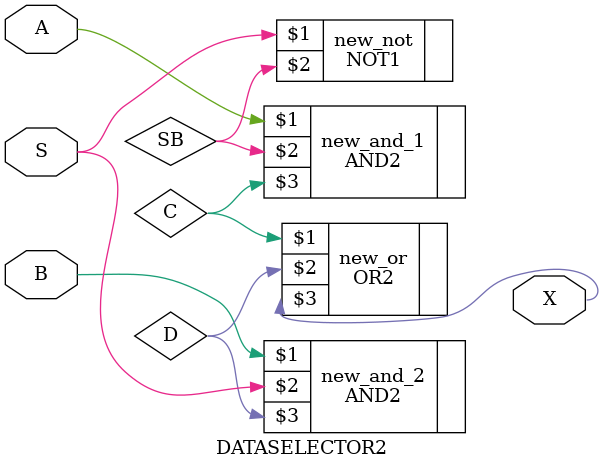
<source format=v>

module DATASELECTOR2 (
	input S,
	input A,
	input B,
	output X );

	wire SB;
	wire C;
	wire D;

	NOT1 new_not   (S, SB);
	AND2 new_and_1 (A, SB, C);
	AND2 new_and_2 (B, S,  D);
	OR2  new_or    (C, D, X);

endmodule

</source>
